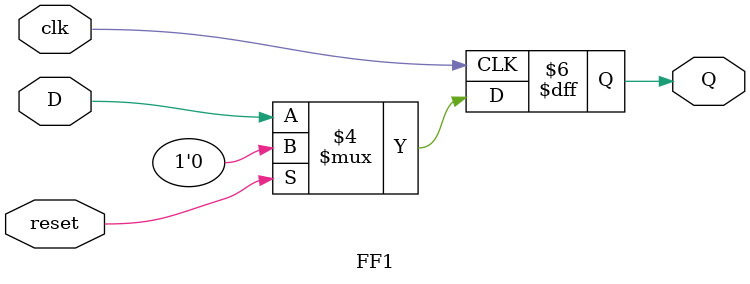
<source format=v>

module FF1(D,clk,reset,Q);
    input D;            // Data input
    input clk;          // clock input
    input reset;  // asynchronous reset high level
    output reg Q;       // output Q
   

//simple flipflop example
    always @(posedge clk)
        begin
            if(reset==1'b1)
                 Q <= 1'b0;
            else
        Q <= D;
    end


endmodule

</source>
